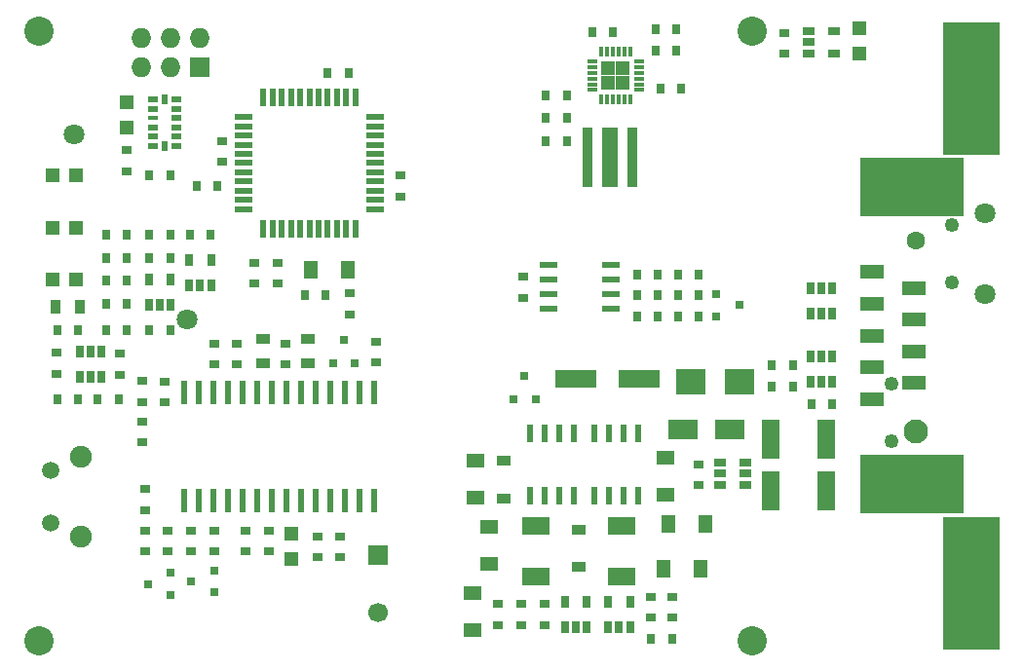
<source format=gbs>
G04 #@! TF.FileFunction,Soldermask,Bot*
%FSLAX46Y46*%
G04 Gerber Fmt 4.6, Leading zero omitted, Abs format (unit mm)*
G04 Created by KiCad (PCBNEW 4.0.2-stable) date 4/24/2017 9:06:07 AM*
%MOMM*%
G01*
G04 APERTURE LIST*
%ADD10C,0.100000*%
%ADD11R,0.700000X0.900000*%
%ADD12R,3.599180X1.600200*%
%ADD13C,1.700000*%
%ADD14R,1.700000X1.700000*%
%ADD15R,2.499360X2.301240*%
%ADD16R,2.499360X1.800860*%
%ADD17C,2.540000*%
%ADD18R,0.650000X1.060000*%
%ADD19R,1.550000X0.600000*%
%ADD20R,0.600000X2.000000*%
%ADD21R,1.060000X0.650000*%
%ADD22R,1.500000X0.550000*%
%ADD23R,0.550000X1.500000*%
%ADD24R,1.200000X1.300000*%
%ADD25R,1.250000X1.200000*%
%ADD26R,1.600000X1.200000*%
%ADD27R,1.200000X1.600000*%
%ADD28R,2.400000X1.500000*%
%ADD29C,1.800000*%
%ADD30C,1.250000*%
%ADD31R,5.000000X11.500000*%
%ADD32R,0.800100X0.800100*%
%ADD33R,0.600000X1.550000*%
%ADD34C,1.900000*%
%ADD35C,1.500000*%
%ADD36R,0.820000X0.500000*%
%ADD37R,0.820000X0.400000*%
%ADD38R,0.500000X0.820000*%
%ADD39R,1.300000X0.900000*%
%ADD40R,0.900000X1.300000*%
%ADD41R,1.600000X3.500000*%
%ADD42R,1.220000X0.910000*%
%ADD43R,0.800000X0.900000*%
%ADD44R,0.900000X0.800000*%
%ADD45R,0.900000X0.700000*%
%ADD46R,1.727200X1.727200*%
%ADD47O,1.727200X1.727200*%
%ADD48R,9.000000X5.200000*%
%ADD49R,2.100000X1.200000*%
%ADD50C,1.600000*%
%ADD51C,2.100000*%
%ADD52R,0.850000X0.300000*%
%ADD53R,0.300000X0.850000*%
%ADD54R,1.300000X1.300000*%
G04 APERTURE END LIST*
D10*
D11*
X58000000Y-32000000D03*
X56200000Y-32000000D03*
D12*
X89149180Y-48750000D03*
X94650820Y-48750000D03*
D13*
X72000000Y-69100000D03*
D14*
X72000000Y-64100000D03*
D15*
X103398840Y-49000000D03*
X99101160Y-49000000D03*
D16*
X98501020Y-53200000D03*
X102498980Y-53200000D03*
D17*
X42500000Y-71500000D03*
X42500000Y-18500000D03*
X104500000Y-18500000D03*
X104500000Y-71500000D03*
D18*
X111450000Y-43100000D03*
X110500000Y-43100000D03*
X109550000Y-43100000D03*
X109550000Y-40900000D03*
X111450000Y-40900000D03*
X110500000Y-40900000D03*
X111450000Y-49000000D03*
X110500000Y-49000000D03*
X109550000Y-49000000D03*
X109550000Y-46800000D03*
X111450000Y-46800000D03*
X110500000Y-46800000D03*
D19*
X86800000Y-42705000D03*
X86800000Y-41435000D03*
X86800000Y-40165000D03*
X86800000Y-38895000D03*
X92200000Y-38895000D03*
X92200000Y-40165000D03*
X92200000Y-41435000D03*
X92200000Y-42705000D03*
D20*
X55120000Y-49950000D03*
X56390000Y-49950000D03*
X57660000Y-49950000D03*
X58930000Y-49950000D03*
X60200000Y-49950000D03*
X61470000Y-49950000D03*
X62740000Y-49950000D03*
X64010000Y-49950000D03*
X65280000Y-49950000D03*
X66550000Y-49950000D03*
X67820000Y-49950000D03*
X69090000Y-49950000D03*
X70360000Y-49950000D03*
X71630000Y-49950000D03*
X71630000Y-59350000D03*
X70360000Y-59350000D03*
X69090000Y-59350000D03*
X67820000Y-59350000D03*
X66550000Y-59350000D03*
X65280000Y-59350000D03*
X64010000Y-59350000D03*
X62740000Y-59350000D03*
X61470000Y-59350000D03*
X60200000Y-59350000D03*
X58930000Y-59350000D03*
X57660000Y-59350000D03*
X56390000Y-59350000D03*
X55120000Y-59350000D03*
D18*
X93850000Y-70350000D03*
X92900000Y-70350000D03*
X91950000Y-70350000D03*
X91950000Y-68150000D03*
X93850000Y-68150000D03*
X90100000Y-70350000D03*
X89150000Y-70350000D03*
X88200000Y-70350000D03*
X88200000Y-68150000D03*
X90100000Y-68150000D03*
D21*
X109400000Y-20450000D03*
X109400000Y-19500000D03*
X109400000Y-18550000D03*
X111600000Y-18550000D03*
X111600000Y-20450000D03*
D18*
X57450000Y-40600000D03*
X56500000Y-40600000D03*
X55550000Y-40600000D03*
X55550000Y-38400000D03*
X57450000Y-38400000D03*
D22*
X60300000Y-34000000D03*
X60300000Y-33200000D03*
X60300000Y-32400000D03*
X60300000Y-31600000D03*
X60300000Y-30800000D03*
X60300000Y-30000000D03*
X60300000Y-29200000D03*
X60300000Y-28400000D03*
X60300000Y-27600000D03*
X60300000Y-26800000D03*
X60300000Y-26000000D03*
D23*
X62000000Y-24300000D03*
X62800000Y-24300000D03*
X63600000Y-24300000D03*
X64400000Y-24300000D03*
X65200000Y-24300000D03*
X66000000Y-24300000D03*
X66800000Y-24300000D03*
X67600000Y-24300000D03*
X68400000Y-24300000D03*
X69200000Y-24300000D03*
X70000000Y-24300000D03*
D22*
X71700000Y-26000000D03*
X71700000Y-26800000D03*
X71700000Y-27600000D03*
X71700000Y-28400000D03*
X71700000Y-29200000D03*
X71700000Y-30000000D03*
X71700000Y-30800000D03*
X71700000Y-31600000D03*
X71700000Y-32400000D03*
X71700000Y-33200000D03*
X71700000Y-34000000D03*
D23*
X70000000Y-35700000D03*
X69200000Y-35700000D03*
X68400000Y-35700000D03*
X67600000Y-35700000D03*
X66800000Y-35700000D03*
X66000000Y-35700000D03*
X65200000Y-35700000D03*
X64400000Y-35700000D03*
X63600000Y-35700000D03*
X62800000Y-35700000D03*
X62000000Y-35700000D03*
D24*
X43700000Y-31100000D03*
X45700000Y-31100000D03*
X43700000Y-35600000D03*
X45700000Y-35600000D03*
X43700000Y-40100000D03*
X45700000Y-40100000D03*
D25*
X64450000Y-62250000D03*
X64450000Y-64450000D03*
D26*
X96900000Y-55600000D03*
X96900000Y-58800000D03*
D27*
X97200000Y-61400000D03*
X100400000Y-61400000D03*
D25*
X113800000Y-20500000D03*
X113800000Y-18300000D03*
D26*
X80400000Y-55900000D03*
X80400000Y-59100000D03*
X81650000Y-64850000D03*
X81650000Y-61650000D03*
X80150000Y-67400000D03*
X80150000Y-70600000D03*
D25*
X50100000Y-24700000D03*
X50100000Y-26900000D03*
D28*
X93150000Y-61550000D03*
X93150000Y-65950000D03*
X85650000Y-61550000D03*
X85650000Y-65950000D03*
D29*
X124737460Y-41400900D03*
D30*
X121837460Y-40400900D03*
X121837460Y-35400900D03*
D29*
X124737460Y-34400900D03*
D31*
X123500000Y-23500000D03*
X123500000Y-66500000D03*
D29*
X45530000Y-27510000D03*
X55330000Y-43560000D03*
D32*
X53950760Y-65650000D03*
X53950760Y-67550000D03*
X51951780Y-66600000D03*
X57700760Y-65400000D03*
X57700760Y-67300000D03*
X55701780Y-66350000D03*
X85650000Y-50500760D03*
X83750000Y-50500760D03*
X84700000Y-48501780D03*
X101349240Y-43300000D03*
X101349240Y-41400000D03*
X103348220Y-42350000D03*
X69950000Y-47400760D03*
X68050000Y-47400760D03*
X69000000Y-45401780D03*
D33*
X90795000Y-53500000D03*
X92065000Y-53500000D03*
X93335000Y-53500000D03*
X94605000Y-53500000D03*
X94605000Y-58900000D03*
X93335000Y-58900000D03*
X92065000Y-58900000D03*
X90795000Y-58900000D03*
X85195000Y-53500000D03*
X86465000Y-53500000D03*
X87735000Y-53500000D03*
X89005000Y-53500000D03*
X89005000Y-58900000D03*
X87735000Y-58900000D03*
X86465000Y-58900000D03*
X85195000Y-58900000D03*
D34*
X46100000Y-55500000D03*
X46100000Y-62500000D03*
D35*
X43550000Y-56750000D03*
X43550000Y-61250000D03*
D36*
X52400000Y-28500000D03*
X52400000Y-27700000D03*
X52400000Y-26900000D03*
D37*
X52400000Y-26100000D03*
D36*
X52400000Y-25300000D03*
X52400000Y-24500000D03*
D38*
X53400000Y-24500000D03*
D36*
X54400000Y-24500000D03*
X54400000Y-25300000D03*
X54400000Y-26100000D03*
X54400000Y-26900000D03*
X54400000Y-27700000D03*
X54400000Y-28500000D03*
D38*
X53400000Y-28500000D03*
D39*
X65900000Y-45300000D03*
X65900000Y-47400000D03*
X61950000Y-47400000D03*
X61950000Y-45300000D03*
D40*
X46050000Y-42500000D03*
X43950000Y-42500000D03*
D41*
X106061600Y-58500000D03*
X110938400Y-58500000D03*
X110938400Y-54000000D03*
X106061600Y-54000000D03*
D42*
X89400000Y-61865000D03*
X89400000Y-65135000D03*
X82900000Y-55865000D03*
X82900000Y-59135000D03*
D43*
X48350000Y-36250000D03*
X50150000Y-36250000D03*
X48350000Y-38250000D03*
X50150000Y-38250000D03*
X48350000Y-40250000D03*
X50150000Y-40250000D03*
X97900000Y-18400000D03*
X96100000Y-18400000D03*
X98300000Y-23500000D03*
X96500000Y-23500000D03*
X96100000Y-20200000D03*
X97900000Y-20200000D03*
X86550000Y-26100000D03*
X88350000Y-26100000D03*
X108000000Y-47600000D03*
X106200000Y-47600000D03*
X106200000Y-49450000D03*
X108000000Y-49450000D03*
D44*
X84400000Y-68350000D03*
X84400000Y-70150000D03*
X99800000Y-58000000D03*
X99800000Y-56200000D03*
X86400000Y-68350000D03*
X86400000Y-70150000D03*
D43*
X50150000Y-42250000D03*
X48350000Y-42250000D03*
X45900000Y-50500000D03*
X44100000Y-50500000D03*
X48350000Y-44500000D03*
X50150000Y-44500000D03*
D44*
X44000000Y-48300000D03*
X44000000Y-46500000D03*
X97500000Y-69500000D03*
X97500000Y-67700000D03*
D43*
X95700000Y-71400000D03*
X97500000Y-71400000D03*
D44*
X49500000Y-46600000D03*
X49500000Y-48400000D03*
D43*
X47600000Y-50500000D03*
X49400000Y-50500000D03*
D44*
X68700000Y-64250000D03*
X68700000Y-62450000D03*
X60450000Y-63750000D03*
X60450000Y-61950000D03*
X66700000Y-64250000D03*
X66700000Y-62450000D03*
D43*
X98000000Y-43300000D03*
X99800000Y-43300000D03*
X94500000Y-43300000D03*
X96300000Y-43300000D03*
D44*
X51450000Y-52450000D03*
X51450000Y-54250000D03*
D43*
X94500000Y-39700000D03*
X96300000Y-39700000D03*
D44*
X63950000Y-47500000D03*
X63950000Y-45700000D03*
X57700000Y-45700000D03*
X57700000Y-47500000D03*
X51450000Y-50750000D03*
X51450000Y-48950000D03*
D43*
X94500000Y-41500000D03*
X96300000Y-41500000D03*
D44*
X53400000Y-50800000D03*
X53400000Y-49000000D03*
X57700000Y-61950000D03*
X57700000Y-63750000D03*
X55700000Y-61950000D03*
X55700000Y-63750000D03*
X62450000Y-61950000D03*
X62450000Y-63750000D03*
X61200000Y-40500000D03*
X61200000Y-38700000D03*
X50100000Y-30700000D03*
X50100000Y-28900000D03*
X51700000Y-63750000D03*
X51700000Y-61950000D03*
D45*
X59700000Y-47500000D03*
X59700000Y-45700000D03*
D11*
X98000000Y-41500000D03*
X99800000Y-41500000D03*
X98000000Y-39700000D03*
X99800000Y-39700000D03*
D45*
X51750000Y-60150000D03*
X51750000Y-58350000D03*
X84600000Y-39900000D03*
X84600000Y-41700000D03*
X53700000Y-63750000D03*
X53700000Y-61950000D03*
X71800000Y-45500000D03*
X71800000Y-47300000D03*
D11*
X111400000Y-51000000D03*
X109600000Y-51000000D03*
D45*
X95700000Y-67700000D03*
X95700000Y-69500000D03*
D11*
X44100000Y-44500000D03*
X45900000Y-44500000D03*
D45*
X107300000Y-20500000D03*
X107300000Y-18700000D03*
X82400000Y-68350000D03*
X82400000Y-70150000D03*
D11*
X52100000Y-36250000D03*
X53900000Y-36250000D03*
X53900000Y-38250000D03*
X52100000Y-38250000D03*
X88350000Y-24100000D03*
X86550000Y-24100000D03*
X52100000Y-31100000D03*
X53900000Y-31100000D03*
X88350000Y-28100000D03*
X86550000Y-28100000D03*
D45*
X73900000Y-32900000D03*
X73900000Y-31100000D03*
X58400000Y-28100000D03*
X58400000Y-29900000D03*
D11*
X67600000Y-22200000D03*
X69400000Y-22200000D03*
X92350000Y-18600000D03*
X90550000Y-18600000D03*
D45*
X63200000Y-38700000D03*
X63200000Y-40500000D03*
D46*
X56500000Y-21700000D03*
D47*
X56500000Y-19160000D03*
X53960000Y-21700000D03*
X53960000Y-19160000D03*
X51420000Y-21700000D03*
X51420000Y-19160000D03*
D11*
X53900000Y-44500000D03*
X52100000Y-44500000D03*
X57400000Y-36250000D03*
X55600000Y-36250000D03*
D18*
X53950000Y-42350000D03*
X53000000Y-42350000D03*
X52050000Y-42350000D03*
X52050000Y-40150000D03*
X53950000Y-40150000D03*
D48*
X118400000Y-32100000D03*
D49*
X114900000Y-39480000D03*
X114900000Y-42240000D03*
X114900000Y-45000000D03*
X114900000Y-47760000D03*
X114900000Y-50520000D03*
X118500000Y-40860000D03*
X118500000Y-43620000D03*
X118500000Y-46380000D03*
X118500000Y-49140000D03*
D50*
X118700000Y-36700000D03*
D51*
X118700000Y-53300000D03*
D48*
X118400000Y-57900000D03*
D18*
X46050000Y-46400000D03*
X47000000Y-46400000D03*
X47950000Y-46400000D03*
X47950000Y-48600000D03*
X46050000Y-48600000D03*
X47000000Y-48600000D03*
D21*
X103900000Y-56050000D03*
X103900000Y-57000000D03*
X103900000Y-57950000D03*
X101700000Y-57950000D03*
X101700000Y-56050000D03*
X101700000Y-57000000D03*
D11*
X67400000Y-41500000D03*
X65600000Y-41500000D03*
D45*
X69500000Y-43150000D03*
X69500000Y-41350000D03*
D27*
X66150000Y-39250000D03*
X69350000Y-39250000D03*
X96800000Y-65300000D03*
X100000000Y-65300000D03*
D10*
G36*
X94450000Y-26950000D02*
X94450000Y-32050000D01*
X93650000Y-32050000D01*
X93650000Y-26950000D01*
X94450000Y-26950000D01*
X94450000Y-26950000D01*
G37*
G36*
X92750000Y-26950000D02*
X92750000Y-32050000D01*
X91450000Y-32050000D01*
X91450000Y-26950000D01*
X92750000Y-26950000D01*
X92750000Y-26950000D01*
G37*
G36*
X90550000Y-26950000D02*
X90550000Y-32050000D01*
X89750000Y-32050000D01*
X89750000Y-26950000D01*
X90550000Y-26950000D01*
X90550000Y-26950000D01*
G37*
D30*
X116600000Y-54200000D03*
X116600000Y-49200000D03*
D52*
X90550000Y-23650000D03*
X90550000Y-23150000D03*
X90550000Y-22650000D03*
X90550000Y-22150000D03*
X90550000Y-21650000D03*
X90550000Y-21150000D03*
D53*
X91350000Y-20350000D03*
X91850000Y-20350000D03*
X92350000Y-20350000D03*
X92850000Y-20350000D03*
X93350000Y-20350000D03*
X93850000Y-20350000D03*
D52*
X94650000Y-21150000D03*
X94650000Y-21650000D03*
X94650000Y-22150000D03*
X94650000Y-22650000D03*
X94650000Y-23150000D03*
X94650000Y-23650000D03*
D53*
X93850000Y-24450000D03*
X93350000Y-24450000D03*
X92850000Y-24450000D03*
X92350000Y-24450000D03*
X91850000Y-24450000D03*
X91350000Y-24450000D03*
D54*
X93250000Y-21750000D03*
X93250000Y-23050000D03*
X91950000Y-21750000D03*
X91950000Y-23050000D03*
M02*

</source>
